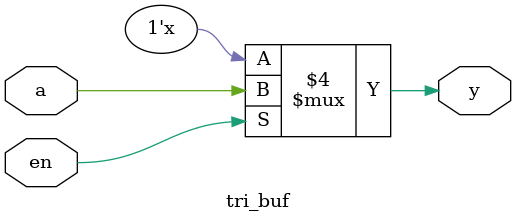
<source format=v>
/*
6502 Implemention in Verilog

Copyright (c) <2019> S.H Kim (soohyunkim@kw.ac.kr)

See the file LICENSE for copying permission.
*/

//Tri-state buffer module

module tri_buf(
	input a, //input
	input en, //enable
	output reg y //output
);
	
	always @(en) begin
		if(~en) y <= 1'bz; //high impedance
		else y <= a; //work as buffer
	end
	
endmodule

</source>
